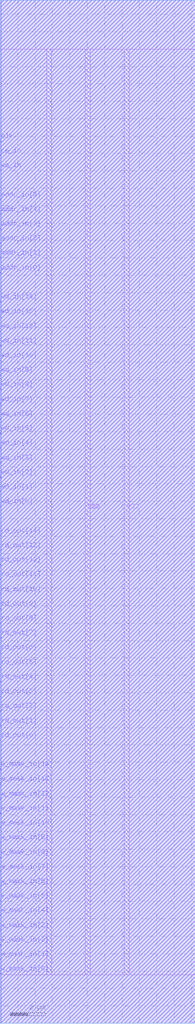
<source format=lef>
VERSION 5.7 ;
BUSBITCHARS "[]" ;
MACRO fakeram45_64x15_upper
  FOREIGN fakeram45_64x15_upper 0 0 ;
  SYMMETRY X Y R90 ;
  SIZE 11.210 BY 58.800 ;
  CLASS BLOCK ;
  PIN w_mask_in[0]
    DIRECTION INPUT ;
    USE SIGNAL ;
    SHAPE ABUTMENT ;
    PORT
      LAYER metal18 ;
      RECT 0.000 2.800 0.070 2.870 ;
    END
  END w_mask_in[0]
  PIN w_mask_in[1]
    DIRECTION INPUT ;
    USE SIGNAL ;
    SHAPE ABUTMENT ;
    PORT
      LAYER metal18 ;
      RECT 0.000 3.640 0.070 3.710 ;
    END
  END w_mask_in[1]
  PIN w_mask_in[2]
    DIRECTION INPUT ;
    USE SIGNAL ;
    SHAPE ABUTMENT ;
    PORT
      LAYER metal18 ;
      RECT 0.000 4.480 0.070 4.550 ;
    END
  END w_mask_in[2]
  PIN w_mask_in[3]
    DIRECTION INPUT ;
    USE SIGNAL ;
    SHAPE ABUTMENT ;
    PORT
      LAYER metal18 ;
      RECT 0.000 5.320 0.070 5.390 ;
    END
  END w_mask_in[3]
  PIN w_mask_in[4]
    DIRECTION INPUT ;
    USE SIGNAL ;
    SHAPE ABUTMENT ;
    PORT
      LAYER metal18 ;
      RECT 0.000 6.160 0.070 6.230 ;
    END
  END w_mask_in[4]
  PIN w_mask_in[5]
    DIRECTION INPUT ;
    USE SIGNAL ;
    SHAPE ABUTMENT ;
    PORT
      LAYER metal18 ;
      RECT 0.000 7.000 0.070 7.070 ;
    END
  END w_mask_in[5]
  PIN w_mask_in[6]
    DIRECTION INPUT ;
    USE SIGNAL ;
    SHAPE ABUTMENT ;
    PORT
      LAYER metal18 ;
      RECT 0.000 7.840 0.070 7.910 ;
    END
  END w_mask_in[6]
  PIN w_mask_in[7]
    DIRECTION INPUT ;
    USE SIGNAL ;
    SHAPE ABUTMENT ;
    PORT
      LAYER metal18 ;
      RECT 0.000 8.680 0.070 8.750 ;
    END
  END w_mask_in[7]
  PIN w_mask_in[8]
    DIRECTION INPUT ;
    USE SIGNAL ;
    SHAPE ABUTMENT ;
    PORT
      LAYER metal18 ;
      RECT 0.000 9.520 0.070 9.590 ;
    END
  END w_mask_in[8]
  PIN w_mask_in[9]
    DIRECTION INPUT ;
    USE SIGNAL ;
    SHAPE ABUTMENT ;
    PORT
      LAYER metal18 ;
      RECT 0.000 10.360 0.070 10.430 ;
    END
  END w_mask_in[9]
  PIN w_mask_in[10]
    DIRECTION INPUT ;
    USE SIGNAL ;
    SHAPE ABUTMENT ;
    PORT
      LAYER metal18 ;
      RECT 0.000 11.200 0.070 11.270 ;
    END
  END w_mask_in[10]
  PIN w_mask_in[11]
    DIRECTION INPUT ;
    USE SIGNAL ;
    SHAPE ABUTMENT ;
    PORT
      LAYER metal18 ;
      RECT 0.000 12.040 0.070 12.110 ;
    END
  END w_mask_in[11]
  PIN w_mask_in[12]
    DIRECTION INPUT ;
    USE SIGNAL ;
    SHAPE ABUTMENT ;
    PORT
      LAYER metal18 ;
      RECT 0.000 12.880 0.070 12.950 ;
    END
  END w_mask_in[12]
  PIN w_mask_in[13]
    DIRECTION INPUT ;
    USE SIGNAL ;
    SHAPE ABUTMENT ;
    PORT
      LAYER metal18 ;
      RECT 0.000 13.720 0.070 13.790 ;
    END
  END w_mask_in[13]
  PIN w_mask_in[14]
    DIRECTION INPUT ;
    USE SIGNAL ;
    SHAPE ABUTMENT ;
    PORT
      LAYER metal18 ;
      RECT 0.000 14.560 0.070 14.630 ;
    END
  END w_mask_in[14]
  PIN rd_out[0]
    DIRECTION OUTPUT ;
    USE SIGNAL ;
    SHAPE ABUTMENT ;
    PORT
      LAYER metal18 ;
      RECT 0.000 16.240 0.070 16.310 ;
    END
  END rd_out[0]
  PIN rd_out[1]
    DIRECTION OUTPUT ;
    USE SIGNAL ;
    SHAPE ABUTMENT ;
    PORT
      LAYER metal18 ;
      RECT 0.000 17.080 0.070 17.150 ;
    END
  END rd_out[1]
  PIN rd_out[2]
    DIRECTION OUTPUT ;
    USE SIGNAL ;
    SHAPE ABUTMENT ;
    PORT
      LAYER metal18 ;
      RECT 0.000 17.920 0.070 17.990 ;
    END
  END rd_out[2]
  PIN rd_out[3]
    DIRECTION OUTPUT ;
    USE SIGNAL ;
    SHAPE ABUTMENT ;
    PORT
      LAYER metal18 ;
      RECT 0.000 18.760 0.070 18.830 ;
    END
  END rd_out[3]
  PIN rd_out[4]
    DIRECTION OUTPUT ;
    USE SIGNAL ;
    SHAPE ABUTMENT ;
    PORT
      LAYER metal18 ;
      RECT 0.000 19.600 0.070 19.670 ;
    END
  END rd_out[4]
  PIN rd_out[5]
    DIRECTION OUTPUT ;
    USE SIGNAL ;
    SHAPE ABUTMENT ;
    PORT
      LAYER metal18 ;
      RECT 0.000 20.440 0.070 20.510 ;
    END
  END rd_out[5]
  PIN rd_out[6]
    DIRECTION OUTPUT ;
    USE SIGNAL ;
    SHAPE ABUTMENT ;
    PORT
      LAYER metal18 ;
      RECT 0.000 21.280 0.070 21.350 ;
    END
  END rd_out[6]
  PIN rd_out[7]
    DIRECTION OUTPUT ;
    USE SIGNAL ;
    SHAPE ABUTMENT ;
    PORT
      LAYER metal18 ;
      RECT 0.000 22.120 0.070 22.190 ;
    END
  END rd_out[7]
  PIN rd_out[8]
    DIRECTION OUTPUT ;
    USE SIGNAL ;
    SHAPE ABUTMENT ;
    PORT
      LAYER metal18 ;
      RECT 0.000 22.960 0.070 23.030 ;
    END
  END rd_out[8]
  PIN rd_out[9]
    DIRECTION OUTPUT ;
    USE SIGNAL ;
    SHAPE ABUTMENT ;
    PORT
      LAYER metal18 ;
      RECT 0.000 23.800 0.070 23.870 ;
    END
  END rd_out[9]
  PIN rd_out[10]
    DIRECTION OUTPUT ;
    USE SIGNAL ;
    SHAPE ABUTMENT ;
    PORT
      LAYER metal18 ;
      RECT 0.000 24.640 0.070 24.710 ;
    END
  END rd_out[10]
  PIN rd_out[11]
    DIRECTION OUTPUT ;
    USE SIGNAL ;
    SHAPE ABUTMENT ;
    PORT
      LAYER metal18 ;
      RECT 0.000 25.480 0.070 25.550 ;
    END
  END rd_out[11]
  PIN rd_out[12]
    DIRECTION OUTPUT ;
    USE SIGNAL ;
    SHAPE ABUTMENT ;
    PORT
      LAYER metal18 ;
      RECT 0.000 26.320 0.070 26.390 ;
    END
  END rd_out[12]
  PIN rd_out[13]
    DIRECTION OUTPUT ;
    USE SIGNAL ;
    SHAPE ABUTMENT ;
    PORT
      LAYER metal18 ;
      RECT 0.000 27.160 0.070 27.230 ;
    END
  END rd_out[13]
  PIN rd_out[14]
    DIRECTION OUTPUT ;
    USE SIGNAL ;
    SHAPE ABUTMENT ;
    PORT
      LAYER metal18 ;
      RECT 0.000 28.000 0.070 28.070 ;
    END
  END rd_out[14]
  PIN wd_in[0]
    DIRECTION INPUT ;
    USE SIGNAL ;
    SHAPE ABUTMENT ;
    PORT
      LAYER metal18 ;
      RECT 0.000 29.680 0.070 29.750 ;
    END
  END wd_in[0]
  PIN wd_in[1]
    DIRECTION INPUT ;
    USE SIGNAL ;
    SHAPE ABUTMENT ;
    PORT
      LAYER metal18 ;
      RECT 0.000 30.520 0.070 30.590 ;
    END
  END wd_in[1]
  PIN wd_in[2]
    DIRECTION INPUT ;
    USE SIGNAL ;
    SHAPE ABUTMENT ;
    PORT
      LAYER metal18 ;
      RECT 0.000 31.360 0.070 31.430 ;
    END
  END wd_in[2]
  PIN wd_in[3]
    DIRECTION INPUT ;
    USE SIGNAL ;
    SHAPE ABUTMENT ;
    PORT
      LAYER metal18 ;
      RECT 0.000 32.200 0.070 32.270 ;
    END
  END wd_in[3]
  PIN wd_in[4]
    DIRECTION INPUT ;
    USE SIGNAL ;
    SHAPE ABUTMENT ;
    PORT
      LAYER metal18 ;
      RECT 0.000 33.040 0.070 33.110 ;
    END
  END wd_in[4]
  PIN wd_in[5]
    DIRECTION INPUT ;
    USE SIGNAL ;
    SHAPE ABUTMENT ;
    PORT
      LAYER metal18 ;
      RECT 0.000 33.880 0.070 33.950 ;
    END
  END wd_in[5]
  PIN wd_in[6]
    DIRECTION INPUT ;
    USE SIGNAL ;
    SHAPE ABUTMENT ;
    PORT
      LAYER metal18 ;
      RECT 0.000 34.720 0.070 34.790 ;
    END
  END wd_in[6]
  PIN wd_in[7]
    DIRECTION INPUT ;
    USE SIGNAL ;
    SHAPE ABUTMENT ;
    PORT
      LAYER metal18 ;
      RECT 0.000 35.560 0.070 35.630 ;
    END
  END wd_in[7]
  PIN wd_in[8]
    DIRECTION INPUT ;
    USE SIGNAL ;
    SHAPE ABUTMENT ;
    PORT
      LAYER metal18 ;
      RECT 0.000 36.400 0.070 36.470 ;
    END
  END wd_in[8]
  PIN wd_in[9]
    DIRECTION INPUT ;
    USE SIGNAL ;
    SHAPE ABUTMENT ;
    PORT
      LAYER metal18 ;
      RECT 0.000 37.240 0.070 37.310 ;
    END
  END wd_in[9]
  PIN wd_in[10]
    DIRECTION INPUT ;
    USE SIGNAL ;
    SHAPE ABUTMENT ;
    PORT
      LAYER metal18 ;
      RECT 0.000 38.080 0.070 38.150 ;
    END
  END wd_in[10]
  PIN wd_in[11]
    DIRECTION INPUT ;
    USE SIGNAL ;
    SHAPE ABUTMENT ;
    PORT
      LAYER metal18 ;
      RECT 0.000 38.920 0.070 38.990 ;
    END
  END wd_in[11]
  PIN wd_in[12]
    DIRECTION INPUT ;
    USE SIGNAL ;
    SHAPE ABUTMENT ;
    PORT
      LAYER metal18 ;
      RECT 0.000 39.760 0.070 39.830 ;
    END
  END wd_in[12]
  PIN wd_in[13]
    DIRECTION INPUT ;
    USE SIGNAL ;
    SHAPE ABUTMENT ;
    PORT
      LAYER metal18 ;
      RECT 0.000 40.600 0.070 40.670 ;
    END
  END wd_in[13]
  PIN wd_in[14]
    DIRECTION INPUT ;
    USE SIGNAL ;
    SHAPE ABUTMENT ;
    PORT
      LAYER metal18 ;
      RECT 0.000 41.440 0.070 41.510 ;
    END
  END wd_in[14]
  PIN addr_in[0]
    DIRECTION INPUT ;
    USE SIGNAL ;
    SHAPE ABUTMENT ;
    PORT
      LAYER metal18 ;
      RECT 0.000 43.120 0.070 43.190 ;
    END
  END addr_in[0]
  PIN addr_in[1]
    DIRECTION INPUT ;
    USE SIGNAL ;
    SHAPE ABUTMENT ;
    PORT
      LAYER metal18 ;
      RECT 0.000 43.960 0.070 44.030 ;
    END
  END addr_in[1]
  PIN addr_in[2]
    DIRECTION INPUT ;
    USE SIGNAL ;
    SHAPE ABUTMENT ;
    PORT
      LAYER metal18 ;
      RECT 0.000 44.800 0.070 44.870 ;
    END
  END addr_in[2]
  PIN addr_in[3]
    DIRECTION INPUT ;
    USE SIGNAL ;
    SHAPE ABUTMENT ;
    PORT
      LAYER metal18 ;
      RECT 0.000 45.640 0.070 45.710 ;
    END
  END addr_in[3]
  PIN addr_in[4]
    DIRECTION INPUT ;
    USE SIGNAL ;
    SHAPE ABUTMENT ;
    PORT
      LAYER metal18 ;
      RECT 0.000 46.480 0.070 46.550 ;
    END
  END addr_in[4]
  PIN addr_in[5]
    DIRECTION INPUT ;
    USE SIGNAL ;
    SHAPE ABUTMENT ;
    PORT
      LAYER metal18 ;
      RECT 0.000 47.320 0.070 47.390 ;
    END
  END addr_in[5]
  PIN we_in
    DIRECTION INPUT ;
    USE SIGNAL ;
    SHAPE ABUTMENT ;
    PORT
      LAYER metal18 ;
      RECT 0.000 49.000 0.070 49.070 ;
    END
  END we_in
  PIN ce_in
    DIRECTION INPUT ;
    USE SIGNAL ;
    SHAPE ABUTMENT ;
    PORT
      LAYER metal18 ;
      RECT 0.000 49.840 0.070 49.910 ;
    END
  END ce_in
  PIN clk
    DIRECTION INPUT ;
    USE SIGNAL ;
    SHAPE ABUTMENT ;
    PORT
      LAYER metal18 ;
      RECT 0.000 50.680 0.070 50.750 ;
    END
  END clk
  PIN VSS
    DIRECTION INOUT ;
    USE GROUND ;
    PORT
      LAYER metal17 ;
      RECT 2.660 2.800 2.940 56.000 ;
      RECT 7.140 2.800 7.420 56.000 ;
    END
  END VSS
  PIN VDD
    DIRECTION INOUT ;
    USE POWER ;
    PORT
      LAYER metal17 ;
      RECT 4.900 2.800 5.180 56.000 ;
    END
  END VDD
  OBS
    LAYER metal20 ;
    RECT 0 0 11.210 58.800 ;
    LAYER metal19 ;
    RECT 0 0 11.210 58.800 ;
    LAYER metal18 ;
    RECT 0.070 0 11.210 58.800 ;
    RECT 0 0.000 0.070 2.800 ;
    RECT 0 2.870 0.070 3.640 ;
    RECT 0 3.710 0.070 4.480 ;
    RECT 0 4.550 0.070 5.320 ;
    RECT 0 5.390 0.070 6.160 ;
    RECT 0 6.230 0.070 7.000 ;
    RECT 0 7.070 0.070 7.840 ;
    RECT 0 7.910 0.070 8.680 ;
    RECT 0 8.750 0.070 9.520 ;
    RECT 0 9.590 0.070 10.360 ;
    RECT 0 10.430 0.070 11.200 ;
    RECT 0 11.270 0.070 12.040 ;
    RECT 0 12.110 0.070 12.880 ;
    RECT 0 12.950 0.070 13.720 ;
    RECT 0 13.790 0.070 14.560 ;
    RECT 0 14.630 0.070 16.240 ;
    RECT 0 16.310 0.070 17.080 ;
    RECT 0 17.150 0.070 17.920 ;
    RECT 0 17.990 0.070 18.760 ;
    RECT 0 18.830 0.070 19.600 ;
    RECT 0 19.670 0.070 20.440 ;
    RECT 0 20.510 0.070 21.280 ;
    RECT 0 21.350 0.070 22.120 ;
    RECT 0 22.190 0.070 22.960 ;
    RECT 0 23.030 0.070 23.800 ;
    RECT 0 23.870 0.070 24.640 ;
    RECT 0 24.710 0.070 25.480 ;
    RECT 0 25.550 0.070 26.320 ;
    RECT 0 26.390 0.070 27.160 ;
    RECT 0 27.230 0.070 28.000 ;
    RECT 0 28.070 0.070 29.680 ;
    RECT 0 29.750 0.070 30.520 ;
    RECT 0 30.590 0.070 31.360 ;
    RECT 0 31.430 0.070 32.200 ;
    RECT 0 32.270 0.070 33.040 ;
    RECT 0 33.110 0.070 33.880 ;
    RECT 0 33.950 0.070 34.720 ;
    RECT 0 34.790 0.070 35.560 ;
    RECT 0 35.630 0.070 36.400 ;
    RECT 0 36.470 0.070 37.240 ;
    RECT 0 37.310 0.070 38.080 ;
    RECT 0 38.150 0.070 38.920 ;
    RECT 0 38.990 0.070 39.760 ;
    RECT 0 39.830 0.070 40.600 ;
    RECT 0 40.670 0.070 41.440 ;
    RECT 0 41.510 0.070 43.120 ;
    RECT 0 43.190 0.070 43.960 ;
    RECT 0 44.030 0.070 44.800 ;
    RECT 0 44.870 0.070 45.640 ;
    RECT 0 45.710 0.070 46.480 ;
    RECT 0 46.550 0.070 47.320 ;
    RECT 0 47.390 0.070 49.000 ;
    RECT 0 49.070 0.070 49.840 ;
    RECT 0 49.910 0.070 50.680 ;
    RECT 0 50.750 0.070 58.800 ;
    LAYER metal17 ;
    RECT 0 0 11.210 2.800 ;
    RECT 0 56.000 11.210 58.800 ;
    RECT 0.000 2.800 2.660 56.000 ;
    RECT 2.940 2.800 4.900 56.000 ;
    RECT 5.180 2.800 7.140 56.000 ;
    RECT 7.420 2.800 11.210 56.000 ;
  END
END fakeram45_64x15_upper

END LIBRARY

</source>
